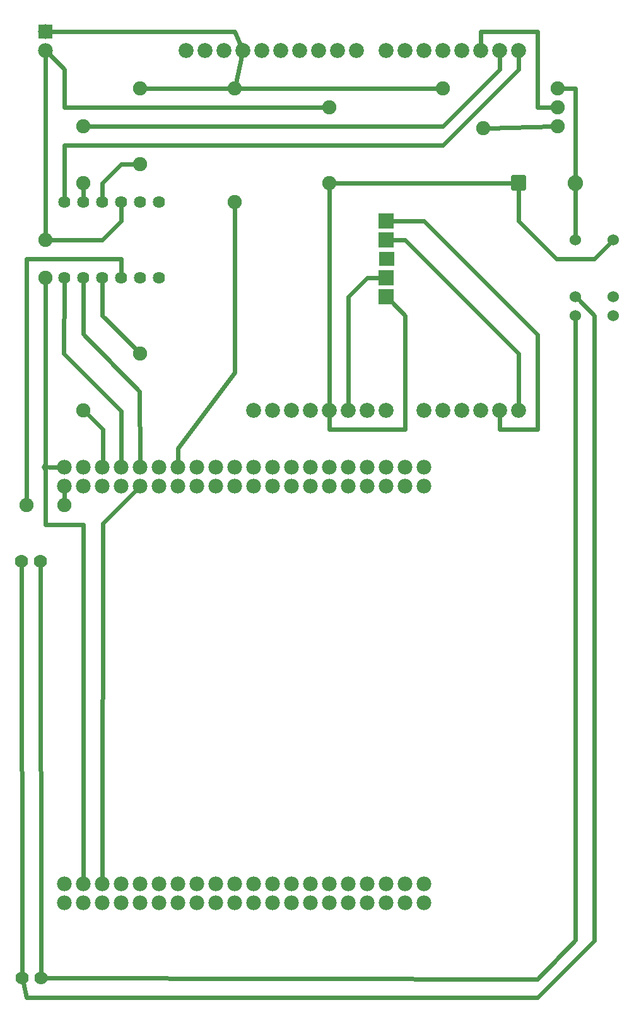
<source format=gtl>
G04 MADE WITH FRITZING*
G04 WWW.FRITZING.ORG*
G04 DOUBLE SIDED*
G04 HOLES PLATED*
G04 CONTOUR ON CENTER OF CONTOUR VECTOR*
%ASAXBY*%
%FSLAX23Y23*%
%MOIN*%
%OFA0B0*%
%SFA1.0B1.0*%
%ADD10C,0.075000*%
%ADD11C,0.039370*%
%ADD12C,0.070000*%
%ADD13C,0.078000*%
%ADD14C,0.079370*%
%ADD15C,0.082000*%
%ADD16C,0.074000*%
%ADD17C,0.060000*%
%ADD18C,0.064000*%
%ADD19R,0.078000X0.078000*%
%ADD20R,0.073028X0.071501*%
%ADD21R,0.071756X0.074809*%
%ADD22R,0.073028X0.069551*%
%ADD23R,0.071501X0.071077*%
%ADD24R,0.071756X0.071756*%
%ADD25R,0.000028X0.000028*%
%ADD26R,0.082469X0.079707*%
%ADD27R,0.080184X0.080286*%
%ADD28R,0.078917X0.078057*%
%ADD29R,0.080000X0.080000*%
%ADD30R,0.080184X0.080012*%
%ADD31C,0.024000*%
%ADD32C,0.020000*%
%LNCOPPER1*%
G90*
G70*
G54D10*
X212Y5492D03*
X212Y5292D03*
X712Y4892D03*
X412Y4592D03*
X412Y6092D03*
X412Y5792D03*
X2312Y6292D03*
X2524Y6080D03*
X1212Y6292D03*
X1212Y5692D03*
X1712Y6192D03*
X1712Y5792D03*
X712Y6292D03*
X712Y5892D03*
X112Y4092D03*
X312Y4092D03*
G54D11*
X212Y4292D03*
G54D12*
X86Y3793D03*
X186Y3793D03*
X86Y3793D03*
X186Y3793D03*
G54D13*
X2212Y1992D03*
X2112Y1992D03*
X2012Y1992D03*
X1912Y1992D03*
X1812Y1992D03*
X1712Y1992D03*
X1612Y1992D03*
X1512Y1992D03*
X1412Y1992D03*
X1312Y1992D03*
X1212Y1992D03*
X1112Y1992D03*
X1012Y1992D03*
X912Y1992D03*
X812Y1992D03*
X712Y1992D03*
X612Y1992D03*
X512Y1992D03*
X412Y1992D03*
X312Y1992D03*
X2212Y1992D03*
X2112Y1992D03*
X2012Y1992D03*
X1912Y1992D03*
X1812Y1992D03*
X1712Y1992D03*
X1612Y1992D03*
X1512Y1992D03*
X1412Y1992D03*
X1312Y1992D03*
X1212Y1992D03*
X1112Y1992D03*
X1012Y1992D03*
X912Y1992D03*
X812Y1992D03*
X712Y1992D03*
X612Y1992D03*
X512Y1992D03*
X412Y1992D03*
X312Y1992D03*
X312Y2092D03*
X412Y2092D03*
X512Y2092D03*
X612Y2092D03*
X712Y2092D03*
X812Y2092D03*
X912Y2092D03*
X1012Y2092D03*
X1112Y2092D03*
X1212Y2092D03*
X1312Y2092D03*
X1412Y2092D03*
X1512Y2092D03*
X1612Y2092D03*
X1712Y2092D03*
X1812Y2092D03*
X1912Y2092D03*
X2012Y2092D03*
X2112Y2092D03*
X2212Y2092D03*
X2212Y1992D03*
X2112Y1992D03*
X2012Y1992D03*
X1912Y1992D03*
X1812Y1992D03*
X1712Y1992D03*
X1612Y1992D03*
X1512Y1992D03*
X1412Y1992D03*
X1312Y1992D03*
X1212Y1992D03*
X1112Y1992D03*
X1012Y1992D03*
X912Y1992D03*
X812Y1992D03*
X712Y1992D03*
X612Y1992D03*
X512Y1992D03*
X412Y1992D03*
X312Y1992D03*
X2212Y1992D03*
X2112Y1992D03*
X2012Y1992D03*
X1912Y1992D03*
X1812Y1992D03*
X1712Y1992D03*
X1612Y1992D03*
X1512Y1992D03*
X1412Y1992D03*
X1312Y1992D03*
X1212Y1992D03*
X1112Y1992D03*
X1012Y1992D03*
X912Y1992D03*
X812Y1992D03*
X712Y1992D03*
X612Y1992D03*
X512Y1992D03*
X412Y1992D03*
X312Y1992D03*
X312Y2092D03*
X412Y2092D03*
X512Y2092D03*
X612Y2092D03*
X712Y2092D03*
X812Y2092D03*
X912Y2092D03*
X1012Y2092D03*
X1112Y2092D03*
X1212Y2092D03*
X1312Y2092D03*
X1412Y2092D03*
X1512Y2092D03*
X1612Y2092D03*
X1712Y2092D03*
X1812Y2092D03*
X1912Y2092D03*
X2012Y2092D03*
X2112Y2092D03*
X2212Y2092D03*
G54D12*
X88Y1594D03*
X188Y1594D03*
X88Y1594D03*
X188Y1594D03*
G54D14*
X1312Y4592D03*
X1412Y4592D03*
X1512Y4592D03*
X1612Y4592D03*
X1712Y4592D03*
X1812Y4592D03*
X1912Y4592D03*
X2012Y4592D03*
X1312Y4592D03*
X1412Y4592D03*
X1512Y4592D03*
X1612Y4592D03*
X1712Y4592D03*
X1812Y4592D03*
X1912Y4592D03*
X2012Y4592D03*
X2012Y6492D03*
X2112Y6492D03*
X2212Y6492D03*
X2312Y6492D03*
X2412Y6492D03*
X2512Y6492D03*
X2612Y6492D03*
X2712Y6492D03*
X2012Y6492D03*
X2112Y6492D03*
X2212Y6492D03*
X2312Y6492D03*
X2412Y6492D03*
X2512Y6492D03*
X2612Y6492D03*
X2712Y6492D03*
G54D13*
X2212Y4192D03*
X2112Y4192D03*
X2012Y4192D03*
X1912Y4192D03*
X1812Y4192D03*
X1712Y4192D03*
X1612Y4192D03*
X1512Y4192D03*
X1412Y4192D03*
X1312Y4192D03*
X1212Y4192D03*
X1112Y4192D03*
X1012Y4192D03*
X912Y4192D03*
X812Y4192D03*
X712Y4192D03*
X612Y4192D03*
X512Y4192D03*
X412Y4192D03*
X312Y4192D03*
X2212Y4192D03*
X2112Y4192D03*
X2012Y4192D03*
X1912Y4192D03*
X1812Y4192D03*
X1712Y4192D03*
X1612Y4192D03*
X1512Y4192D03*
X1412Y4192D03*
X1312Y4192D03*
X1212Y4192D03*
X1112Y4192D03*
X1012Y4192D03*
X912Y4192D03*
X812Y4192D03*
X712Y4192D03*
X612Y4192D03*
X512Y4192D03*
X412Y4192D03*
X312Y4192D03*
X312Y4292D03*
X412Y4292D03*
X512Y4292D03*
X612Y4292D03*
X712Y4292D03*
X812Y4292D03*
X912Y4292D03*
X1012Y4292D03*
X1112Y4292D03*
X1212Y4292D03*
X1312Y4292D03*
X1412Y4292D03*
X1512Y4292D03*
X1612Y4292D03*
X1712Y4292D03*
X1812Y4292D03*
X1912Y4292D03*
X2012Y4292D03*
X2112Y4292D03*
X2212Y4292D03*
X2212Y4192D03*
X2112Y4192D03*
X2012Y4192D03*
X1912Y4192D03*
X1812Y4192D03*
X1712Y4192D03*
X1612Y4192D03*
X1512Y4192D03*
X1412Y4192D03*
X1312Y4192D03*
X1212Y4192D03*
X1112Y4192D03*
X1012Y4192D03*
X912Y4192D03*
X812Y4192D03*
X712Y4192D03*
X612Y4192D03*
X512Y4192D03*
X412Y4192D03*
X312Y4192D03*
X2212Y4192D03*
X2112Y4192D03*
X2012Y4192D03*
X1912Y4192D03*
X1812Y4192D03*
X1712Y4192D03*
X1612Y4192D03*
X1512Y4192D03*
X1412Y4192D03*
X1312Y4192D03*
X1212Y4192D03*
X1112Y4192D03*
X1012Y4192D03*
X912Y4192D03*
X812Y4192D03*
X712Y4192D03*
X612Y4192D03*
X512Y4192D03*
X412Y4192D03*
X312Y4192D03*
X312Y4292D03*
X412Y4292D03*
X512Y4292D03*
X612Y4292D03*
X712Y4292D03*
X812Y4292D03*
X912Y4292D03*
X1012Y4292D03*
X1112Y4292D03*
X1212Y4292D03*
X1312Y4292D03*
X1412Y4292D03*
X1512Y4292D03*
X1612Y4292D03*
X1712Y4292D03*
X1812Y4292D03*
X1912Y4292D03*
X2012Y4292D03*
X2112Y4292D03*
X2212Y4292D03*
G54D14*
X2212Y4592D03*
X2312Y4592D03*
X2412Y4592D03*
X2512Y4592D03*
X2612Y4592D03*
X2712Y4592D03*
X2212Y4592D03*
X2312Y4592D03*
X2412Y4592D03*
X2512Y4592D03*
X2612Y4592D03*
X2712Y4592D03*
X954Y6492D03*
X1054Y6492D03*
X1154Y6492D03*
X1254Y6492D03*
X1354Y6492D03*
X1454Y6492D03*
X1554Y6492D03*
X1654Y6492D03*
X1754Y6492D03*
X1854Y6492D03*
X954Y6492D03*
X1054Y6492D03*
X1154Y6492D03*
X1254Y6492D03*
X1354Y6492D03*
X1454Y6492D03*
X1554Y6492D03*
X1654Y6492D03*
X1754Y6492D03*
X1854Y6492D03*
G54D13*
X212Y6592D03*
X212Y6492D03*
X212Y6592D03*
X212Y6492D03*
G54D10*
X2919Y6092D03*
X2919Y6192D03*
X2919Y6292D03*
X2919Y6092D03*
X2919Y6192D03*
X2919Y6292D03*
G54D15*
X2712Y5792D03*
X3010Y5792D03*
X2712Y5792D03*
X3010Y5792D03*
G54D16*
X2013Y5592D03*
X2013Y5492D03*
X2013Y5392D03*
X2013Y5292D03*
X2013Y5192D03*
X2013Y5592D03*
X2013Y5492D03*
X2013Y5392D03*
X2013Y5292D03*
X2013Y5192D03*
G54D17*
X3212Y5492D03*
X3212Y5192D03*
X3212Y5092D03*
X3012Y5092D03*
X3012Y5492D03*
X3012Y5192D03*
X3212Y5492D03*
X3212Y5192D03*
X3212Y5092D03*
X3012Y5092D03*
X3012Y5492D03*
X3012Y5192D03*
X3212Y5492D03*
X3212Y5192D03*
X3212Y5092D03*
X3012Y5092D03*
X3012Y5492D03*
X3012Y5192D03*
G54D18*
X412Y5292D03*
X512Y5292D03*
X612Y5292D03*
X712Y5292D03*
X812Y5292D03*
X812Y5692D03*
X712Y5692D03*
X612Y5692D03*
X512Y5692D03*
X412Y5692D03*
X312Y5692D03*
X312Y5292D03*
X412Y5292D03*
X512Y5292D03*
X612Y5292D03*
X712Y5292D03*
X812Y5292D03*
X812Y5692D03*
X712Y5692D03*
X612Y5692D03*
X512Y5692D03*
X412Y5692D03*
X312Y5692D03*
X312Y5292D03*
G54D19*
X212Y6592D03*
X212Y6592D03*
G54D20*
X2012Y5193D03*
G54D21*
X2013Y5291D03*
G54D22*
X2013Y5392D03*
G54D23*
X2013Y5593D03*
G54D24*
X2013Y5492D03*
G54D25*
X2013Y5592D03*
X2013Y5492D03*
G54D23*
X2013Y5492D03*
G54D24*
X2013Y5592D03*
G54D25*
X2013Y5592D03*
X2013Y5492D03*
G54D23*
X2013Y5492D03*
G54D24*
X2013Y5592D03*
G54D25*
X2013Y5592D03*
X2013Y5492D03*
G54D23*
X2013Y5492D03*
G54D24*
X2013Y5592D03*
G54D26*
X2012Y5192D03*
G54D27*
X2012Y5292D03*
G54D28*
X2013Y5392D03*
G54D29*
X2012Y5492D03*
G54D30*
X2012Y5592D03*
G54D20*
X2012Y5193D03*
G54D21*
X2013Y5291D03*
G54D22*
X2013Y5392D03*
G54D23*
X2013Y5593D03*
G54D24*
X2013Y5492D03*
G54D25*
X2013Y5592D03*
X2013Y5492D03*
G54D23*
X2013Y5492D03*
G54D24*
X2013Y5592D03*
G54D25*
X2013Y5592D03*
X2013Y5492D03*
G54D23*
X2013Y5492D03*
G54D24*
X2013Y5592D03*
G54D25*
X2013Y5592D03*
X2013Y5492D03*
G54D23*
X2013Y5492D03*
G54D24*
X2013Y5592D03*
G54D26*
X2012Y5192D03*
G54D27*
X2012Y5292D03*
G54D28*
X2013Y5392D03*
G54D29*
X2012Y5492D03*
G54D30*
X2012Y5592D03*
G54D20*
X2012Y5193D03*
G54D21*
X2013Y5291D03*
G54D22*
X2013Y5392D03*
G54D23*
X2013Y5593D03*
G54D24*
X2013Y5492D03*
G54D25*
X2013Y5592D03*
X2013Y5492D03*
G54D23*
X2013Y5492D03*
G54D24*
X2013Y5592D03*
G54D25*
X2013Y5592D03*
X2013Y5492D03*
G54D23*
X2013Y5492D03*
G54D24*
X2013Y5592D03*
G54D25*
X2013Y5592D03*
X2013Y5492D03*
G54D23*
X2013Y5492D03*
G54D24*
X2013Y5592D03*
G54D26*
X2012Y5192D03*
G54D27*
X2012Y5292D03*
G54D28*
X2013Y5392D03*
G54D29*
X2012Y5492D03*
G54D30*
X2012Y5592D03*
G54D31*
X2612Y6392D02*
X2612Y6462D01*
D02*
X2712Y6392D02*
X2712Y6462D01*
D02*
X2112Y5492D02*
X2055Y5492D01*
D02*
X2712Y4892D02*
X2112Y5492D01*
D02*
X2712Y4623D02*
X2712Y4892D01*
D02*
X2212Y5592D02*
X2812Y4992D01*
D02*
X2812Y4992D02*
X2812Y4492D01*
D02*
X2812Y4492D02*
X2612Y4492D01*
D02*
X2612Y4492D02*
X2612Y4562D01*
D02*
X2047Y5592D02*
X2212Y5592D01*
D02*
X3112Y5392D02*
X3190Y5470D01*
D02*
X2912Y5392D02*
X3112Y5392D01*
D02*
X2712Y5592D02*
X2912Y5392D01*
D02*
X2712Y5760D02*
X2712Y5592D01*
D02*
X3012Y6292D02*
X2948Y6292D01*
D02*
X3010Y5824D02*
X3012Y6292D01*
D02*
X2812Y6192D02*
X2891Y6192D01*
D02*
X2812Y6592D02*
X2812Y6192D01*
D02*
X2512Y6592D02*
X2812Y6592D01*
D02*
X2512Y6523D02*
X2512Y6592D01*
D02*
X2312Y5992D02*
X2712Y6392D01*
D02*
X312Y5992D02*
X2312Y5992D01*
D02*
X312Y5723D02*
X312Y5992D01*
D02*
X2312Y6092D02*
X2612Y6392D01*
D02*
X441Y6092D02*
X2312Y6092D01*
D02*
X312Y6192D02*
X312Y6392D01*
D02*
X312Y6392D02*
X234Y6471D01*
D02*
X1684Y6192D02*
X312Y6192D01*
D02*
X1212Y6592D02*
X1242Y6521D01*
D02*
X242Y6592D02*
X1212Y6592D01*
D02*
X709Y4692D02*
X712Y4322D01*
D02*
X412Y4996D02*
X709Y4692D01*
D02*
X412Y5261D02*
X412Y4996D01*
D02*
X612Y4589D02*
X612Y4322D01*
D02*
X309Y4892D02*
X612Y4589D01*
D02*
X312Y5261D02*
X309Y4892D01*
D02*
X516Y4492D02*
X513Y4322D01*
D02*
X433Y4572D02*
X516Y4492D01*
D02*
X412Y3989D02*
X212Y3989D01*
D02*
X212Y3989D02*
X212Y4273D01*
D02*
X412Y2122D02*
X412Y3989D01*
D02*
X516Y3996D02*
X691Y4171D01*
D02*
X512Y2122D02*
X516Y3996D01*
D02*
X3012Y1796D02*
X3012Y5061D01*
D02*
X2812Y1589D02*
X3012Y1796D01*
D02*
X214Y1594D02*
X2812Y1589D01*
D02*
X3112Y5092D02*
X3034Y5170D01*
D02*
X3112Y1792D02*
X3112Y5092D01*
D02*
X2812Y1492D02*
X3112Y1792D01*
D02*
X112Y1492D02*
X2812Y1492D01*
D02*
X94Y1568D02*
X112Y1492D01*
D02*
X1812Y5192D02*
X1912Y5292D01*
D02*
X1912Y5292D02*
X1969Y5292D01*
D02*
X1812Y4623D02*
X1812Y5192D01*
D02*
X2112Y5092D02*
X2047Y5158D01*
D02*
X2112Y4492D02*
X2112Y5092D01*
D02*
X1712Y4492D02*
X2112Y4492D01*
D02*
X1712Y4562D02*
X1712Y4492D01*
D02*
X612Y5392D02*
X112Y5392D01*
D02*
X112Y5392D02*
X112Y4121D01*
D02*
X612Y5323D02*
X612Y5392D01*
D02*
X612Y5892D02*
X512Y5792D01*
D02*
X512Y5792D02*
X512Y5723D01*
D02*
X684Y5892D02*
X612Y5892D01*
D02*
X912Y4392D02*
X912Y4322D01*
D02*
X1212Y4792D02*
X912Y4392D01*
D02*
X1212Y5664D02*
X1212Y4792D01*
D02*
X612Y5592D02*
X612Y5661D01*
D02*
X512Y5492D02*
X612Y5592D01*
D02*
X241Y5492D02*
X512Y5492D01*
D02*
X512Y5092D02*
X512Y5261D01*
D02*
X692Y4913D02*
X512Y5092D01*
D02*
X212Y6462D02*
X212Y5521D01*
D02*
X412Y5761D02*
X412Y5721D01*
D02*
X1184Y6292D02*
X741Y6292D01*
D02*
X1712Y5764D02*
X1712Y4623D01*
D02*
X212Y5264D02*
X212Y4311D01*
D02*
X2680Y5792D02*
X1741Y5792D01*
D02*
X2891Y6091D02*
X2553Y6081D01*
D02*
X2284Y6292D02*
X1241Y6292D01*
D02*
X312Y4121D02*
X312Y4162D01*
D02*
X231Y4292D02*
X282Y4292D01*
D02*
X1218Y6320D02*
X1248Y6462D01*
D02*
X3012Y5523D02*
X3010Y5760D01*
D02*
X86Y3767D02*
X88Y1620D01*
D02*
X186Y3767D02*
X188Y1620D01*
G54D32*
X2680Y5761D02*
X2680Y5823D01*
X2742Y5823D01*
X2742Y5761D01*
X2680Y5761D01*
D02*
X2680Y5761D02*
X2680Y5823D01*
X2742Y5823D01*
X2742Y5761D01*
X2680Y5761D01*
D02*
G04 End of Copper1*
M02*
</source>
